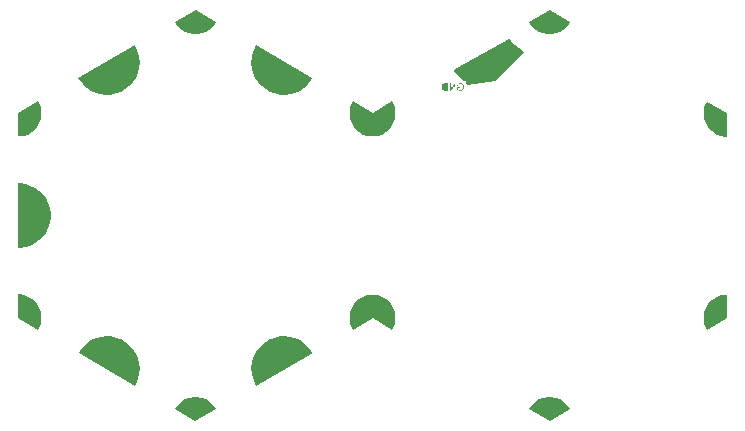
<source format=gbr>
%FSTAX23Y23*%
%MOIN*%
%SFA1B1*%

%IPPOS*%
%AMD29*
4,1,8,-0.009800,0.017100,-0.009800,0.017100,-0.017100,-0.009800,-0.017100,-0.009800,0.009900,-0.017100,0.009900,-0.017100,0.017100,0.009800,0.017100,0.009800,-0.009800,0.017100,0.0*
1,1,0.039370,0.000000,0.000000*
1,1,0.039370,0.000000,0.000000*
1,1,0.039370,0.000000,0.000000*
1,1,0.039370,0.000000,0.000000*
%
%AMD30*
4,1,8,-0.019700,0.000000,-0.019700,0.000000,0.000000,-0.019700,0.000000,-0.019700,0.019700,0.000000,0.019700,0.000000,0.000000,0.019700,0.000000,0.019700,-0.019700,0.000000,0.0*
1,1,0.039370,0.000000,0.000000*
1,1,0.039370,0.000000,0.000000*
1,1,0.039370,0.000000,0.000000*
1,1,0.039370,0.000000,0.000000*
%
%AMD31*
4,1,8,0.009900,0.017100,0.009900,0.017100,-0.017100,0.009800,-0.017100,0.009800,-0.009900,-0.017100,-0.009900,-0.017100,0.017100,-0.009900,0.017100,-0.009900,0.009900,0.017100,0.0*
1,1,0.039370,0.000000,0.000000*
1,1,0.039370,0.000000,0.000000*
1,1,0.039370,0.000000,0.000000*
1,1,0.039370,0.000000,0.000000*
%
%ADD27R,0.035039X0.025197*%
G04~CAMADD=29~8~0.0~0.0~393.7~393.7~196.9~0.0~15~0.0~0.0~0.0~0.0~0~0.0~0.0~0.0~0.0~0~0.0~0.0~0.0~30.0~392.0~392.0*
%ADD29D29*%
G04~CAMADD=30~8~0.0~0.0~393.7~393.7~196.9~0.0~15~0.0~0.0~0.0~0.0~0~0.0~0.0~0.0~0.0~0~0.0~0.0~0.0~90.0~394.0~393.0*
%ADD30D30*%
G04~CAMADD=31~8~0.0~0.0~393.7~393.7~196.9~0.0~15~0.0~0.0~0.0~0.0~0~0.0~0.0~0.0~0.0~0~0.0~0.0~0.0~330.0~392.0~392.0*
%ADD31D31*%
%ADD45C,0.061811*%
%ADD46R,0.061811X0.061811*%
%ADD48C,0.011811*%
%ADD49C,0.055118*%
%ADD50R,0.055118X0.055118*%
%ADD51C,0.050000*%
%ADD56R,0.015752X0.074803*%
%ADD57R,0.031496X0.037401*%
%ADD58R,0.019685X0.035433*%
%ADD59R,0.224409X0.224409*%
%ADD60R,0.023622X0.031496*%
%ADD61R,0.011811X0.033465*%
%ADD62R,0.055000X0.043000*%
%ADD63R,0.033465X0.011811*%
G36*
X-01192Y-00263D02*
X-01185Y-00263D01*
X-01171Y-00265*
X-01158Y-0027*
X-01146Y-00277*
X-01136Y-00285*
X-01127Y-00296*
X-0112Y-00308*
X-01115Y-00321*
X-01113Y-00334*
X-01113Y-00348*
X-01116Y-00362*
X-01121Y-00375*
X-01124Y-0038*
X-01192Y-00341*
X-01192Y-00263*
G37*
G36*
X-00989Y-00459D02*
X-00985Y-00451D01*
X-00975Y-00437*
X-00962Y-00426*
X-00948Y-00416*
X-00932Y-00409*
X-00915Y-00404*
X-00898Y-00402*
X-00881Y-00403*
X-00864Y-00407*
X-00848Y-00413*
X-00833Y-00422*
X-0082Y-00432*
X-00808Y-00445*
X-00799Y-0046*
X-00792Y-00476*
X-00788Y-00492*
X-00786Y-0051*
X-00787Y-00527*
X-00791Y-00544*
X-00797Y-0056*
X-00802Y-00567*
X-00989Y-00459*
G37*
G36*
X-00667Y-00644D02*
X-00664Y-00638D01*
X-00655Y-00628*
X-00645Y-00619*
X-00633Y-00612*
X-0062Y-00607*
X-00606Y-00604*
X-00593Y-00604*
X-00579Y-00607*
X-00566Y-00612*
X-00554Y-00619*
X-00544Y-00628*
X-00535Y-00639*
X-00532Y-00645*
X-006Y-00684*
X-00667Y-00644*
G37*
G36*
X-00397Y-00567D02*
X-00402Y-00559D01*
X-00408Y-00543*
X-00412Y-00527*
X-00413Y-00509*
X-00411Y-00492*
X-00407Y-00475*
X-004Y-0046*
X-00391Y-00445*
X-00379Y-00432*
X-00366Y-00421*
X-00351Y-00413*
X-00335Y-00407*
X-00318Y-00403*
X-00301Y-00402*
X-00284Y-00404*
X-00267Y-00409*
X-00251Y-00416*
X-00237Y-00426*
X-00224Y-00437*
X-00214Y-00451*
X-00209Y-00459*
X-00397Y-00567*
G37*
G36*
X-01192Y00108D02*
X-01184Y00108D01*
X-01166Y00105*
X-0115Y001*
X-01135Y00093*
X-0112Y00083*
X-01108Y00071*
X-01098Y00057*
X-0109Y00041*
X-01085Y00025*
X-01082Y00008*
X-01082Y-00008*
X-01085Y-00025*
X-0109Y-00042*
X-01098Y-00057*
X-01108Y-00071*
X-01121Y-00083*
X-01135Y-00093*
X-0115Y-00101*
X-01167Y-00106*
X-01184Y-00108*
X-01192Y-00108*
X-01192Y00108*
G37*
G36*
X-01124Y00381D02*
X-01121Y00375D01*
X-01116Y00362*
X-01113Y00348*
X-01113Y00335*
X-01115Y00321*
X-0112Y00308*
X-01127Y00296*
X-01136Y00286*
X-01146Y00277*
X-01158Y0027*
X-01171Y00266*
X-01185Y00264*
X-01192Y00264*
Y00342*
X-01124Y00381*
G37*
G36*
X-00802Y00567D02*
X-00798Y00559D01*
X-00791Y00543*
X-00787Y00527*
X-00786Y00509*
X-00788Y00492*
X-00792Y00475*
X-00799Y0046*
X-00808Y00445*
X-0082Y00432*
X-00833Y00421*
X-00848Y00413*
X-00864Y00407*
X-00881Y00403*
X-00898Y00402*
X-00915Y00404*
X-00932Y00409*
X-00948Y00416*
X-00962Y00426*
X-00975Y00437*
X-00985Y00451*
X-0099Y00459*
X-00802Y00567*
G37*
G36*
X-00532Y00644D02*
X-00535Y00638D01*
X-00544Y00628*
X-00554Y00619*
X-00566Y00612*
X-00579Y00607*
X-00593Y00604*
X-00606Y00604*
X-0062Y00607*
X-00633Y00612*
X-00645Y00619*
X-00655Y00628*
X-00664Y00639*
X-00667Y00645*
X-00599Y00684*
X-00532Y00644*
G37*
G36*
X-0021Y00459D02*
X-00214Y00451D01*
X-00224Y00437*
X-00237Y00426*
X-00251Y00416*
X-00267Y00409*
X-00284Y00404*
X-00301Y00402*
X-00318Y00403*
X-00335Y00407*
X-00351Y00413*
X-00366Y00422*
X-00379Y00432*
X-00391Y00445*
X-004Y0046*
X-00407Y00476*
X-00411Y00492*
X-00413Y0051*
X-00412Y00527*
X-00408Y00544*
X-00402Y0056*
X-00397Y00567*
X-0021Y00459*
G37*
G36*
X00648Y00644D02*
X00645Y00638D01*
X00636Y00628*
X00626Y00619*
X00614Y00612*
X00601Y00607*
X00588Y00604*
X00574Y00604*
X0056Y00607*
X00547Y00612*
X00535Y00619*
X00525Y00628*
X00516Y00639*
X00513Y00645*
X00581Y00684*
X00648Y00644*
G37*
G36*
X00451Y00584D02*
Y00578D01*
X00493Y0055*
X00494Y00543*
X00399Y00448*
X00307Y00436*
X00301Y00442*
Y00447*
X00296*
X00263Y0048*
X00264Y00488*
X00444Y00588*
X00451Y00584*
G37*
G36*
X-00009Y00343D02*
X00056Y00381D01*
X00059Y00375*
X00064Y00362*
X00067Y00348*
X00067Y00335*
X00065Y00321*
X0006Y00308*
X00053Y00296*
X00044Y00286*
X00034Y00277*
X00022Y0027*
X00009Y00266*
X-00004Y00264*
X-00009Y00264*
X-00014Y00264*
X-00027Y00266*
X-00041Y0027*
X-00053Y00277*
X-00063Y00286*
X-00072Y00296*
X-00079Y00308*
X-00084Y00321*
X-00086Y00335*
X-00086Y00348*
X-00083Y00362*
X-00078Y00375*
X-00075Y00381*
X-00009Y00343*
G37*
G36*
X01173Y00341D02*
X01173Y00263D01*
X01166Y00263*
X01153Y00265*
X0114Y0027*
X01128Y00277*
X01117Y00285*
X01108Y00296*
X01101Y00308*
X01097Y00321*
X01094Y00334*
X01094Y00348*
X01097Y00362*
X01102Y00375*
X01106Y0038*
X01173Y00341*
G37*
G36*
X00009Y-00266D02*
X00022Y-0027D01*
X00034Y-00277*
X00044Y-00286*
X00053Y-00296*
X0006Y-00308*
X00065Y-00321*
X00067Y-00335*
X00067Y-00348*
X00064Y-00362*
X00059Y-00375*
X00056Y-00381*
X-00009Y-00343*
X-00075Y-00381*
X-00078Y-00375*
X-00083Y-00362*
X-00086Y-00348*
X-00086Y-00335*
X-00084Y-00321*
X-00079Y-00308*
X-00072Y-00296*
X-00063Y-00286*
X-00053Y-00277*
X-00041Y-0027*
X-00027Y-00266*
X-00014Y-00264*
X-00009Y-00264*
X-00004Y-00264*
X00009Y-00266*
G37*
G36*
X01173Y-00264D02*
D01*
Y-00342*
X01105Y-00381*
X01102Y-00375*
X01097Y-00362*
X01094Y-00348*
X01094Y-00335*
X01096Y-00321*
X01101Y-00308*
X01108Y-00296*
X01117Y-00286*
X01128Y-00277*
X0114Y-0027*
X01153Y-00266*
X01166Y-00264*
X01173Y-00264*
G37*
G36*
X00056Y-00381D02*
D01*
G37*
G36*
X00587Y-00604D02*
X00601Y-00607D01*
X00614Y-00612*
X00626Y-00619*
X00636Y-00628*
X00645Y-00639*
X00648Y-00645*
X00581Y-00684*
X00513Y-00644*
X00516Y-00638*
X00525Y-00628*
X00535Y-00619*
X00547Y-00612*
X0056Y-00607*
X00574Y-00604*
X00587Y-00604*
G37*
G36*
X00267Y00416D02*
X00264D01*
Y00436*
X00251Y00416*
X00248*
Y00441*
X00251*
Y00422*
X00264Y00441*
X00267*
Y00416*
G37*
G36*
X00284Y00442D02*
X00284Y00442D01*
X00285Y00442*
X00286Y00441*
X00286Y00441*
X00287Y00441*
X00287Y00441*
X00288Y00441*
X00288Y00441*
X00289Y00441*
X00289Y00441*
X00289Y0044*
X00289Y0044*
X0029Y0044*
X0029Y0044*
X0029Y0044*
X0029Y0044*
X00291Y0044*
X00291Y00439*
X00292Y00439*
X00292Y00438*
X00292Y00438*
X00293Y00438*
X00293Y00437*
X00293Y00437*
X00293Y00437*
X00294Y00436*
X00294Y00436*
X00294Y00436*
X00294Y00436*
X00294Y00436*
X00294Y00435*
X00294Y00435*
X00295Y00434*
X00295Y00434*
X00295Y00433*
X00295Y00432*
X00295Y00432*
X00295Y00431*
X00295Y00431*
X00295Y0043*
X00296Y0043*
X00296Y0043*
X00296Y00429*
X00296Y00429*
Y00429*
Y00429*
Y00429*
X00296Y00428*
X00296Y00427*
X00295Y00427*
X00295Y00426*
X00295Y00425*
X00295Y00425*
X00295Y00424*
X00295Y00424*
X00295Y00423*
X00295Y00423*
X00294Y00423*
X00294Y00422*
X00294Y00422*
X00294Y00422*
X00294Y00422*
X00294Y00422*
X00294Y00421*
X00293Y00421*
X00293Y0042*
X00293Y0042*
X00292Y0042*
X00292Y00419*
X00292Y00419*
X00291Y00419*
X00291Y00418*
X00291Y00418*
X0029Y00418*
X0029Y00418*
X0029Y00417*
X0029Y00417*
X0029Y00417*
X0029Y00417*
X00289Y00417*
X00288Y00417*
X00288Y00417*
X00287Y00416*
X00287Y00416*
X00286Y00416*
X00286Y00416*
X00285Y00416*
X00285Y00416*
X00284Y00416*
X00284Y00416*
X00283Y00416*
X00283*
X00283Y00416*
X00283*
X00282Y00416*
X00282Y00416*
X00281Y00416*
X0028Y00416*
X0028Y00416*
X00279Y00416*
X00279Y00416*
X00279Y00416*
X00278Y00416*
X00278Y00417*
X00278Y00417*
X00278Y00417*
X00278Y00417*
X00277Y00417*
X00277*
X00277Y00417*
X00276Y00417*
X00276Y00418*
X00275Y00418*
X00275Y00418*
X00274Y00418*
X00274Y00419*
X00274Y00419*
X00273Y00419*
X00273Y00419*
X00273Y00419*
X00273Y00419*
X00272Y0042*
X00272Y0042*
X00272Y0042*
Y00429*
X00283*
Y00426*
X00276*
Y00421*
X00276Y00421*
X00276Y00421*
X00277Y00421*
X00277Y0042*
X00278Y0042*
X00278Y0042*
X00278Y0042*
X00278Y0042*
X00279Y0042*
X00279Y0042*
X00279Y0042*
X00279*
X0028Y00419*
X0028Y00419*
X00281Y00419*
X00281Y00419*
X00282Y00419*
X00282Y00419*
X00282Y00419*
X00282Y00419*
X00283*
X00283Y00419*
X00283*
X00283Y00419*
X00284Y00419*
X00285Y00419*
X00285Y00419*
X00286Y00419*
X00286Y00419*
X00286Y00419*
X00287Y00419*
X00287Y0042*
X00287Y0042*
X00287Y0042*
X00287Y0042*
X00288Y0042*
X00288Y0042*
X00288Y0042*
X00288Y0042*
X00288Y0042*
X00289Y00421*
X00289Y00421*
X00289Y00421*
X0029Y00421*
X0029Y00422*
X0029Y00422*
X0029Y00422*
X00291Y00422*
X00291Y00423*
X00291Y00423*
X00291Y00423*
X00291Y00423*
X00291Y00423*
X00291Y00423*
X00291Y00424*
X00291Y00424*
X00292Y00425*
X00292Y00425*
X00292Y00426*
X00292Y00426*
X00292Y00427*
X00292Y00427*
X00292Y00428*
X00292Y00428*
X00292Y00428*
X00292Y00428*
Y00429*
Y00429*
Y00429*
X00292Y00429*
X00292Y0043*
X00292Y00431*
X00292Y00431*
X00292Y00432*
X00292Y00432*
X00292Y00432*
X00292Y00433*
X00292Y00433*
X00291Y00433*
X00291Y00433*
X00291Y00434*
X00291Y00434*
X00291Y00434*
Y00434*
X00291Y00434*
X00291Y00435*
X0029Y00435*
X0029Y00436*
X0029Y00436*
X0029Y00436*
X0029Y00436*
X0029Y00436*
X0029Y00436*
Y00436*
X00289Y00437*
X00289Y00437*
X00288Y00437*
X00288Y00438*
X00288Y00438*
X00287Y00438*
X00287Y00438*
X00287Y00438*
X00287Y00438*
X00287Y00438*
X00287*
X00286Y00438*
X00286Y00439*
X00285Y00439*
X00284Y00439*
X00284Y00439*
X00284Y00439*
X00284Y00439*
X00283Y00439*
X00283*
X00282Y00439*
X00282Y00439*
X00281Y00439*
X00281Y00439*
X00281Y00439*
X0028Y00438*
X0028Y00438*
X0028Y00438*
X0028Y00438*
X0028Y00438*
X0028Y00438*
X0028Y00438*
X0028*
X00279Y00438*
X00279Y00438*
X00278Y00437*
X00278Y00437*
X00278Y00437*
X00277Y00437*
X00277Y00436*
X00277Y00436*
Y00436*
X00277Y00436*
X00277Y00436*
X00276Y00435*
X00276Y00435*
X00276Y00434*
X00276Y00434*
X00276Y00434*
X00276Y00434*
X00276Y00434*
X00276Y00433*
Y00433*
X00273Y00434*
X00273Y00435*
X00273Y00435*
X00273Y00436*
X00273Y00436*
X00273Y00436*
X00274Y00437*
X00274Y00437*
X00274Y00437*
X00274Y00438*
X00274Y00438*
X00274Y00438*
X00274Y00438*
X00275Y00438*
X00275Y00438*
X00275Y00438*
X00275Y00438*
X00275Y00439*
X00275Y00439*
X00276Y00439*
X00276Y0044*
X00277Y0044*
X00277Y0044*
X00277Y0044*
X00278Y00441*
X00278Y00441*
X00278Y00441*
X00278Y00441*
X00278Y00441*
X00278*
X00279Y00441*
X0028Y00441*
X00281Y00442*
X00281Y00442*
X00281Y00442*
X00282Y00442*
X00282Y00442*
X00282Y00442*
X00283*
X00283Y00442*
X00283*
X00284Y00442*
G37*
G36*
X00242Y00416D02*
X00233D01*
X00232Y00416*
X00231Y00416*
X00231Y00416*
X00231Y00416*
X0023Y00416*
X0023Y00416*
X0023Y00416*
X0023Y00416*
X0023Y00416*
X00229Y00417*
X00229Y00417*
X00229Y00417*
X00229Y00417*
X00229*
X00228Y00417*
X00228Y00417*
X00227Y00417*
X00227Y00417*
X00227Y00417*
X00227Y00418*
X00226Y00418*
X00226Y00418*
X00226Y00418*
X00226Y00418*
X00226Y00418*
X00226*
X00226Y00418*
X00225Y00419*
X00225Y00419*
X00224Y00419*
X00224Y0042*
X00224Y0042*
X00224Y0042*
X00224Y0042*
X00224Y0042*
X00224Y0042*
X00223Y00421*
X00223Y00421*
X00223Y00422*
X00222Y00422*
X00222Y00423*
X00222Y00423*
X00222Y00423*
X00222Y00423*
X00222Y00424*
X00222Y00424*
X00222Y00424*
Y00424*
X00222Y00425*
X00222Y00425*
X00222Y00426*
X00221Y00427*
X00221Y00427*
X00221Y00428*
X00221Y00428*
X00221Y00428*
X00221Y00428*
Y00429*
Y00429*
Y00429*
Y00429*
Y00429*
X00221Y0043*
X00221Y00431*
X00221Y00431*
X00222Y00432*
X00222Y00432*
X00222Y00433*
X00222Y00433*
X00222Y00433*
X00222Y00434*
X00222Y00434*
X00222Y00434*
X00222Y00435*
X00222Y00435*
X00222Y00435*
X00222Y00435*
X00223Y00435*
X00223Y00436*
X00223Y00436*
X00223Y00437*
X00223Y00437*
X00224Y00437*
X00224Y00438*
X00224Y00438*
X00224Y00438*
X00225Y00438*
X00225Y00439*
X00225Y00439*
X00225Y00439*
X00225Y00439*
X00225Y00439*
X00225Y00439*
X00226Y0044*
X00227Y0044*
X00227Y0044*
X00228Y00441*
X00228Y00441*
X00228Y00441*
X00228Y00441*
X00229Y00441*
X00229Y00441*
X00229Y00441*
X00229Y00441*
X00229*
X00229Y00441*
X0023Y00441*
X0023Y00441*
X00231Y00441*
X00232Y00441*
X00232Y00441*
X00232*
X00233Y00441*
X00242*
Y00416*
G37*
M02*
</source>
